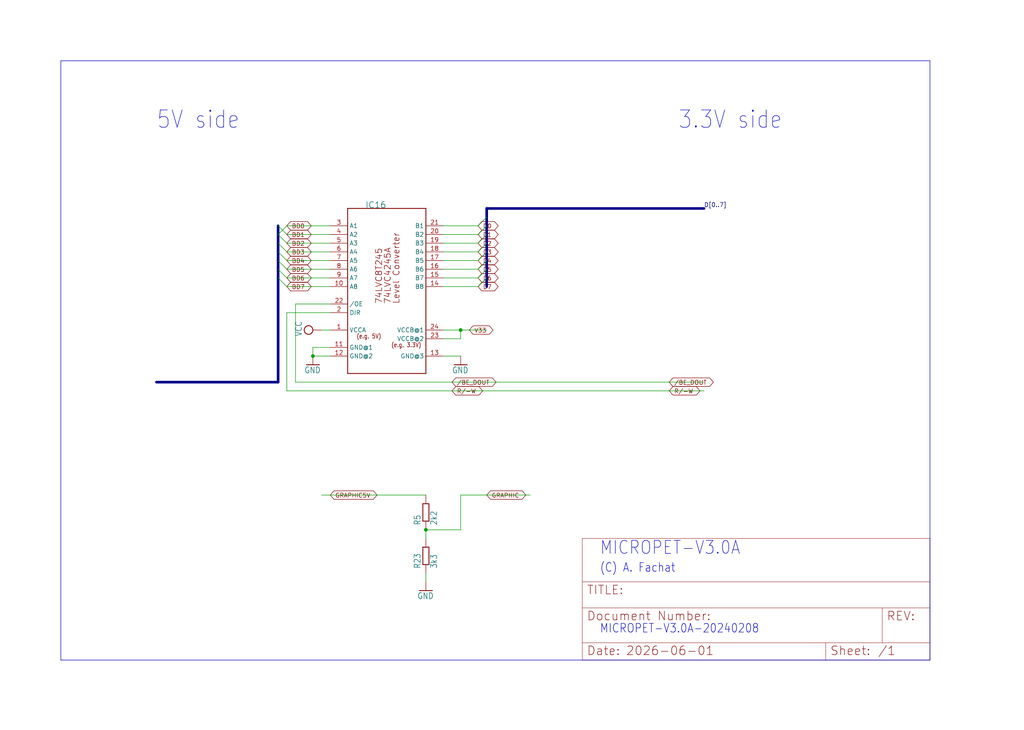
<source format=kicad_sch>
(kicad_sch (version 20231120) (generator "eeschema") (generator_version "8.0")
  (paper "User" 299.263 213.512)
  (lib_symbols
    (symbol "micropet_v3-eagle-import:74LVC8T245SO24"
      (property "Reference" "IC" (at -2.54 22.86 0))
      (symbol "74LVC8T245SO24_1_0"
        (polyline (pts (xy -7.62 -25.4) (xy -7.62 22.86)) (stroke (width 0.254)))
        (polyline (pts (xy -7.62 22.86) (xy 15.24 22.86)) (stroke (width 0.254)))
        (polyline (pts (xy 15.24 -25.4) (xy -7.62 -25.4)) (stroke (width 0.254)))
        (polyline (pts (xy 15.24 22.86) (xy 15.24 -25.4)) (stroke (width 0.254)))
        (text "(e.g. 3.3V)" (at 5.08 -17.78 0) (effects (font (size 1.27 1.0795)) (justify left bottom)))
        (text "(e.g. 5V)" (at -5.08 -15.24 0) (effects (font (size 1.27 1.0795)) (justify left bottom)))
        (text "74LVC4245A" (at 5.08 -5.08 900) (effects (font (size 1.778 1.778)) (justify left bottom)))
        (text "74LVC8T245" (at 2.54 -5.08 900) (effects (font (size 1.778 1.778)) (justify left bottom)))
        (text "Level Converter" (at 7.62 -5.08 900) (effects (font (size 1.778 1.778)) (justify left bottom)))
        (pin input line (at -12.7 -12.7 0) (length 5.08) (name "VCCA") (number "1"))
        (pin bidirectional line (at -12.7 0 0) (length 5.08) (name "A8") (number "10"))
        (pin input line (at -12.7 -17.78 0) (length 5.08) (name "GND@1") (number "11"))
        (pin input line (at -12.7 -20.32 0) (length 5.08) (name "GND@2") (number "12"))
        (pin input line (at 20.32 -20.32 180) (length 5.08) (name "GND@3") (number "13"))
        (pin bidirectional line (at 20.32 0 180) (length 5.08) (name "B8") (number "14"))
        (pin bidirectional line (at 20.32 2.54 180) (length 5.08) (name "B7") (number "15"))
        (pin bidirectional line (at 20.32 5.08 180) (length 5.08) (name "B6") (number "16"))
        (pin bidirectional line (at 20.32 7.62 180) (length 5.08) (name "B5") (number "17"))
        (pin bidirectional line (at 20.32 10.16 180) (length 5.08) (name "B4") (number "18"))
        (pin bidirectional line (at 20.32 12.7 180) (length 5.08) (name "B3") (number "19"))
        (pin input line (at -12.7 -7.62 0) (length 5.08) (name "DIR") (number "2"))
        (pin bidirectional line (at 20.32 15.24 180) (length 5.08) (name "B2") (number "20"))
        (pin bidirectional line (at 20.32 17.78 180) (length 5.08) (name "B1") (number "21"))
        (pin input line (at -12.7 -5.08 0) (length 5.08) (name "/OE") (number "22"))
        (pin input line (at 20.32 -15.24 180) (length 5.08) (name "VCCB@2") (number "23"))
        (pin input line (at 20.32 -12.7 180) (length 5.08) (name "VCCB@1") (number "24"))
        (pin bidirectional line (at -12.7 17.78 0) (length 5.08) (name "A1") (number "3"))
        (pin bidirectional line (at -12.7 15.24 0) (length 5.08) (name "A2") (number "4"))
        (pin bidirectional line (at -12.7 12.7 0) (length 5.08) (name "A3") (number "5"))
        (pin bidirectional line (at -12.7 10.16 0) (length 5.08) (name "A4") (number "6"))
        (pin bidirectional line (at -12.7 7.62 0) (length 5.08) (name "A5") (number "7"))
        (pin bidirectional line (at -12.7 5.08 0) (length 5.08) (name "A6") (number "8"))
        (pin bidirectional line (at -12.7 2.54 0) (length 5.08) (name "A7") (number "9"))
      )
    )
    (symbol "micropet_v3-eagle-import:DOCFIELD"
      (symbol "DOCFIELD_1_0"
        (polyline (pts (xy 0 0) (xy 0 5.08)) (stroke (width 0.1016)))
        (polyline (pts (xy 0 0) (xy 71.12 0)) (stroke (width 0.1016)))
        (polyline (pts (xy 0 5.08) (xy 0 15.24)) (stroke (width 0.1016)))
        (polyline (pts (xy 0 5.08) (xy 71.12 5.08)) (stroke (width 0.1016)))
        (polyline (pts (xy 0 15.24) (xy 0 22.86)) (stroke (width 0.1016)))
        (polyline (pts (xy 0 22.86) (xy 0 35.56)) (stroke (width 0.1016)))
        (polyline (pts (xy 0 22.86) (xy 101.6 22.86)) (stroke (width 0.1016)))
        (polyline (pts (xy 71.12 0) (xy 101.6 0)) (stroke (width 0.1016)))
        (polyline (pts (xy 71.12 5.08) (xy 71.12 0)) (stroke (width 0.1016)))
        (polyline (pts (xy 71.12 5.08) (xy 87.63 5.08)) (stroke (width 0.1016)))
        (polyline (pts (xy 87.63 5.08) (xy 101.6 5.08)) (stroke (width 0.1016)))
        (polyline (pts (xy 87.63 15.24) (xy 0 15.24)) (stroke (width 0.1016)))
        (polyline (pts (xy 87.63 15.24) (xy 87.63 5.08)) (stroke (width 0.1016)))
        (polyline (pts (xy 101.6 5.08) (xy 101.6 0)) (stroke (width 0.1016)))
        (polyline (pts (xy 101.6 15.24) (xy 87.63 15.24)) (stroke (width 0.1016)))
        (polyline (pts (xy 101.6 15.24) (xy 101.6 5.08)) (stroke (width 0.1016)))
        (polyline (pts (xy 101.6 22.86) (xy 101.6 15.24)) (stroke (width 0.1016)))
        (polyline (pts (xy 101.6 35.56) (xy 0 35.56)) (stroke (width 0.1016)))
        (polyline (pts (xy 101.6 35.56) (xy 101.6 22.86)) (stroke (width 0.1016)))
        (text "${#}/${##}" (at 86.36 1.27 0) (effects (font (size 2.54 2.54)) (justify left bottom)))
        (text "${CURRENT_DATE}" (at 12.7 1.27 0) (effects (font (size 2.54 2.54)) (justify left bottom)))
        (text "${PROJECTNAME}" (at 17.78 19.05 0) (effects (font (size 2.54 2.54)) (justify left bottom)))
        (text "Date:" (at 1.27 1.27 0) (effects (font (size 2.54 2.54)) (justify left bottom)))
        (text "Document Number:" (at 1.27 11.43 0) (effects (font (size 2.54 2.54)) (justify left bottom)))
        (text "REV:" (at 88.9 11.43 0) (effects (font (size 2.54 2.54)) (justify left bottom)))
        (text "Sheet:" (at 72.39 1.27 0) (effects (font (size 2.54 2.54)) (justify left bottom)))
        (text "TITLE:" (at 1.27 19.05 0) (effects (font (size 2.54 2.54)) (justify left bottom)))
      )
    )
    (symbol "micropet_v3-eagle-import:GND" (power)
      (property "Value" "GND" (at -2.54 -2.54 0))
      (symbol "GND_1_0"
        (polyline (pts (xy -1.905 0) (xy 1.905 0)) (stroke (width 0.254)))
        (pin power_in line (at 0 2.54 270) (length 2.54) (name "GND") (number "1"))
      )
    )
    (symbol "micropet_v3-eagle-import:R-EU_0204/5"
      (property "Reference" "R" (at -3.81 1.4986 0))
      (symbol "R-EU_0204/5_1_0"
        (polyline (pts (xy -2.54 -0.889) (xy -2.54 0.889)) (stroke (width 0.254)))
        (polyline (pts (xy -2.54 -0.889) (xy 2.54 -0.889)) (stroke (width 0.254)))
        (polyline (pts (xy 2.54 -0.889) (xy 2.54 0.889)) (stroke (width 0.254)))
        (polyline (pts (xy 2.54 0.889) (xy -2.54 0.889)) (stroke (width 0.254)))
        (pin passive line (at -5.08 0 0) (length 2.54) (name "1") (number "1"))
        (pin passive line (at 5.08 0 180) (length 2.54) (name "2") (number "2"))
      )
    )
    (symbol "micropet_v3-eagle-import:VCC" (power)
      (property "Value" "VCC" (at -1.905 3.175 0))
      (symbol "VCC_1_0"
        (circle (center 0 1.27) (radius 1.27) (stroke (width 0.254)))
        (pin power_in line (at 0 -2.54 90) (length 2.54) (name "VCC") (number "1"))
      )
    )
  )
  (junction (at 134.62 96.52))
  (junction (at 124.46 154.94))
  (junction (at 91.44 104.14))
  (bus_entry (at 139.7 68.58) (size 2.54 -2.54))
  (bus_entry (at 83.82 68.58) (size -2.54 -2.54))
  (bus_entry (at 83.82 73.66) (size -2.54 -2.54))
  (bus_entry (at 83.82 81.28) (size -2.54 -2.54))
  (bus_entry (at 139.7 83.82) (size 2.54 -2.54))
  (bus_entry (at 83.82 78.74) (size -2.54 -2.54))
  (bus_entry (at 139.7 78.74) (size 2.54 -2.54))
  (bus_entry (at 83.82 76.2) (size -2.54 -2.54))
  (bus_entry (at 83.82 71.12) (size -2.54 -2.54))
  (bus_entry (at 139.7 81.28) (size 2.54 -2.54))
  (bus_entry (at 139.7 73.66) (size 2.54 -2.54))
  (bus_entry (at 139.7 71.12) (size 2.54 -2.54))
  (bus_entry (at 83.82 83.82) (size -2.54 -2.54))
  (bus_entry (at 139.7 76.2) (size 2.54 -2.54))
  (bus_entry (at 83.82 66.04) (size -2.54 2.54))
  (bus_entry (at 139.7 66.04) (size 2.54 -2.54))
  (wire (pts (xy 129.54 104.14) (xy 134.62 104.14)) (stroke (width 0.1524)))
  (wire (pts (xy 96.52 68.58) (xy 83.82 68.58)) (stroke (width 0.1524)))
  (wire (pts (xy 129.54 78.74) (xy 139.7 78.74)) (stroke (width 0.1524)))
  (wire (pts (xy 124.46 144.78) (xy 93.98 144.78)) (stroke (width 0.1524)))
  (bus (pts (xy 142.24 66.04) (xy 142.24 63.5)) (stroke (width 0.762)))
  (bus (pts (xy 81.28 71.12) (xy 81.28 68.58)) (stroke (width 0.762)))
  (bus (pts (xy 45.72 111.76) (xy 81.28 111.76)) (stroke (width 0.762)))
  (polyline (pts (xy 271.78 193.04) (xy 271.78 17.78)) (stroke (width 0.1524) (type solid)))
  (wire (pts (xy 129.54 99.06) (xy 134.62 99.06)) (stroke (width 0.1524)))
  (wire (pts (xy 129.54 71.12) (xy 139.7 71.12)) (stroke (width 0.1524)))
  (wire (pts (xy 129.54 68.58) (xy 139.7 68.58)) (stroke (width 0.1524)))
  (wire (pts (xy 91.44 104.14) (xy 96.52 104.14)) (stroke (width 0.1524)))
  (polyline (pts (xy 271.78 17.78) (xy 17.78 17.78)) (stroke (width 0.1524) (type solid)))
  (wire (pts (xy 129.54 76.2) (xy 139.7 76.2)) (stroke (width 0.1524)))
  (polyline (pts (xy 17.78 193.04) (xy 271.78 193.04)) (stroke (width 0.1524) (type solid)))
  (bus (pts (xy 81.28 81.28) (xy 81.28 78.74)) (stroke (width 0.762)))
  (bus (pts (xy 142.24 63.5) (xy 142.24 60.96)) (stroke (width 0.762)))
  (bus (pts (xy 142.24 60.96) (xy 205.74 60.96)) (stroke (width 0.762)))
  (wire (pts (xy 134.62 96.52) (xy 142.24 96.52)) (stroke (width 0.1524)))
  (wire (pts (xy 96.52 91.44) (xy 83.82 91.44)) (stroke (width 0.1524)))
  (wire (pts (xy 129.54 83.82) (xy 139.7 83.82)) (stroke (width 0.1524)))
  (bus (pts (xy 142.24 78.74) (xy 142.24 76.2)) (stroke (width 0.762)))
  (bus (pts (xy 142.24 68.58) (xy 142.24 66.04)) (stroke (width 0.762)))
  (bus (pts (xy 142.24 73.66) (xy 142.24 71.12)) (stroke (width 0.762)))
  (bus (pts (xy 142.24 81.28) (xy 142.24 78.74)) (stroke (width 0.762)))
  (wire (pts (xy 134.62 154.94) (xy 134.62 144.78)) (stroke (width 0.1524)))
  (wire (pts (xy 96.52 78.74) (xy 83.82 78.74)) (stroke (width 0.1524)))
  (wire (pts (xy 124.46 154.94) (xy 134.62 154.94)) (stroke (width 0.1524)))
  (wire (pts (xy 134.62 99.06) (xy 134.62 96.52)) (stroke (width 0.1524)))
  (wire (pts (xy 96.52 101.6) (xy 91.44 101.6)) (stroke (width 0.1524)))
  (wire (pts (xy 129.54 96.52) (xy 134.62 96.52)) (stroke (width 0.1524)))
  (bus (pts (xy 81.28 76.2) (xy 81.28 73.66)) (stroke (width 0.762)))
  (wire (pts (xy 129.54 66.04) (xy 139.7 66.04)) (stroke (width 0.1524)))
  (wire (pts (xy 129.54 81.28) (xy 139.7 81.28)) (stroke (width 0.1524)))
  (wire (pts (xy 83.82 91.44) (xy 83.82 114.3)) (stroke (width 0.1524)))
  (wire (pts (xy 93.98 96.52) (xy 96.52 96.52)) (stroke (width 0.1524)))
  (bus (pts (xy 142.24 71.12) (xy 142.24 68.58)) (stroke (width 0.762)))
  (wire (pts (xy 96.52 83.82) (xy 83.82 83.82)) (stroke (width 0.1524)))
  (wire (pts (xy 86.36 88.9) (xy 86.36 111.76)) (stroke (width 0.1524)))
  (wire (pts (xy 96.52 66.04) (xy 83.82 66.04)) (stroke (width 0.1524)))
  (wire (pts (xy 96.52 71.12) (xy 83.82 71.12)) (stroke (width 0.1524)))
  (wire (pts (xy 96.52 73.66) (xy 83.82 73.66)) (stroke (width 0.1524)))
  (wire (pts (xy 91.44 101.6) (xy 91.44 104.14)) (stroke (width 0.1524)))
  (bus (pts (xy 81.28 78.74) (xy 81.28 76.2)) (stroke (width 0.762)))
  (wire (pts (xy 124.46 170.18) (xy 124.46 167.64)) (stroke (width 0.1524)))
  (wire (pts (xy 86.36 88.9) (xy 96.52 88.9)) (stroke (width 0.1524)))
  (wire (pts (xy 96.52 76.2) (xy 83.82 76.2)) (stroke (width 0.1524)))
  (bus (pts (xy 81.28 73.66) (xy 81.28 71.12)) (stroke (width 0.762)))
  (wire (pts (xy 96.52 81.28) (xy 83.82 81.28)) (stroke (width 0.1524)))
  (bus (pts (xy 81.28 111.76) (xy 81.28 81.28)) (stroke (width 0.762)))
  (bus (pts (xy 142.24 76.2) (xy 142.24 73.66)) (stroke (width 0.762)))
  (wire (pts (xy 134.62 144.78) (xy 154.94 144.78)) (stroke (width 0.1524)))
  (bus (pts (xy 81.28 68.58) (xy 81.28 66.04)) (stroke (width 0.762)))
  (wire (pts (xy 83.82 114.3) (xy 205.74 114.3)) (stroke (width 0.1524)))
  (wire (pts (xy 124.46 157.48) (xy 124.46 154.94)) (stroke (width 0.1524)))
  (polyline (pts (xy 17.78 17.78) (xy 17.78 193.04)) (stroke (width 0.1524) (type solid)))
  (wire (pts (xy 129.54 73.66) (xy 139.7 73.66)) (stroke (width 0.1524)))
  (wire (pts (xy 86.36 111.76) (xy 205.74 111.76)) (stroke (width 0.1524)))
  (bus (pts (xy 142.24 83.82) (xy 142.24 81.28)) (stroke (width 0.762)))
  (text "3.3V side" (at 198.12 38.1 0) (effects (font (size 5.08 4.318)) (justify left bottom)))
  (text "MICROPET-V3.0A" (at 175.26 162.56 0) (effects (font (size 3.81 3.2385)) (justify left bottom)))
  (text "(C) A. Fachat" (at 175.26 167.64 0) (effects (font (size 2.54 2.159)) (justify left bottom)))
  (text "5V side" (at 45.72 38.1 0) (effects (font (size 5.08 4.318)) (justify left bottom)))
  (text "MICROPET-V3.0A-20240208" (at 175.26 185.42 0) (effects (font (size 2.54 2.159)) (justify left bottom)))
  (label "D[0..7]" (at 205.74 60.96 0) (effects (font (size 1.2446 1.2446))))
  (global_label "GRAPHIC5V" (shape bidirectional) (at 96.52 144.78 0) (effects (font (size 1.2446 1.2446))) (property "Intersheetrefs" "${INTERSHEET_REFS}" (effects (hide yes))))
  (global_label "R/-W" (shape bidirectional) (at 195.58 114.3 0) (effects (font (size 1.2446 1.2446))) (property "Intersheetrefs" "${INTERSHEET_REFS}" (effects (hide yes))))
  (global_label "BD0" (shape bidirectional) (at 83.82 66.04 0) (effects (font (size 1.2446 1.2446))) (property "Intersheetrefs" "${INTERSHEET_REFS}" (effects (hide yes))))
  (global_label "/BE_DOUT" (shape bidirectional) (at 132.08 111.76 0) (effects (font (size 1.2446 1.2446))) (property "Intersheetrefs" "${INTERSHEET_REFS}" (effects (hide yes))))
  (global_label "BD6" (shape bidirectional) (at 83.82 81.28 0) (effects (font (size 1.2446 1.2446))) (property "Intersheetrefs" "${INTERSHEET_REFS}" (effects (hide yes))))
  (global_label "D1" (shape bidirectional) (at 139.7 68.58 0) (effects (font (size 1.2446 1.2446))) (property "Intersheetrefs" "${INTERSHEET_REFS}" (effects (hide yes))))
  (global_label "D2" (shape bidirectional) (at 139.7 71.12 0) (effects (font (size 1.2446 1.2446))) (property "Intersheetrefs" "${INTERSHEET_REFS}" (effects (hide yes))))
  (global_label "BD2" (shape bidirectional) (at 83.82 71.12 0) (effects (font (size 1.2446 1.2446))) (property "Intersheetrefs" "${INTERSHEET_REFS}" (effects (hide yes))))
  (global_label "/BE_DOUT" (shape bidirectional) (at 195.58 111.76 0) (effects (font (size 1.2446 1.2446))) (property "Intersheetrefs" "${INTERSHEET_REFS}" (effects (hide yes))))
  (global_label "D4" (shape bidirectional) (at 139.7 76.2 0) (effects (font (size 1.2446 1.2446))) (property "Intersheetrefs" "${INTERSHEET_REFS}" (effects (hide yes))))
  (global_label "BD1" (shape bidirectional) (at 83.82 68.58 0) (effects (font (size 1.2446 1.2446))) (property "Intersheetrefs" "${INTERSHEET_REFS}" (effects (hide yes))))
  (global_label "R/-W" (shape bidirectional) (at 132.08 114.3 0) (effects (font (size 1.2446 1.2446))) (property "Intersheetrefs" "${INTERSHEET_REFS}" (effects (hide yes))))
  (global_label "BD3" (shape bidirectional) (at 83.82 73.66 0) (effects (font (size 1.2446 1.2446))) (property "Intersheetrefs" "${INTERSHEET_REFS}" (effects (hide yes))))
  (global_label "BD5" (shape bidirectional) (at 83.82 78.74 0) (effects (font (size 1.2446 1.2446))) (property "Intersheetrefs" "${INTERSHEET_REFS}" (effects (hide yes))))
  (global_label "GRAPHIC" (shape bidirectional) (at 142.24 144.78 0) (effects (font (size 1.2446 1.2446))) (property "Intersheetrefs" "${INTERSHEET_REFS}" (effects (hide yes))))
  (global_label "D3" (shape bidirectional) (at 139.7 73.66 0) (effects (font (size 1.2446 1.2446))) (property "Intersheetrefs" "${INTERSHEET_REFS}" (effects (hide yes))))
  (global_label "D5" (shape bidirectional) (at 139.7 78.74 0) (effects (font (size 1.2446 1.2446))) (property "Intersheetrefs" "${INTERSHEET_REFS}" (effects (hide yes))))
  (global_label "BD4" (shape bidirectional) (at 83.82 76.2 0) (effects (font (size 1.2446 1.2446))) (property "Intersheetrefs" "${INTERSHEET_REFS}" (effects (hide yes))))
  (global_label "V33" (shape bidirectional) (at 137.16 96.52 0) (effects (font (size 1.2446 1.2446))) (property "Intersheetrefs" "${INTERSHEET_REFS}" (effects (hide yes))))
  (global_label "BD7" (shape bidirectional) (at 83.82 83.82 0) (effects (font (size 1.2446 1.2446))) (property "Intersheetrefs" "${INTERSHEET_REFS}" (effects (hide yes))))
  (global_label "D6" (shape bidirectional) (at 139.7 81.28 0) (effects (font (size 1.2446 1.2446))) (property "Intersheetrefs" "${INTERSHEET_REFS}" (effects (hide yes))))
  (global_label "D0" (shape bidirectional) (at 139.7 66.04 0) (effects (font (size 1.2446 1.2446))) (property "Intersheetrefs" "${INTERSHEET_REFS}" (effects (hide yes))))
  (global_label "D7" (shape bidirectional) (at 139.7 83.82 0) (effects (font (size 1.2446 1.2446))) (property "Intersheetrefs" "${INTERSHEET_REFS}" (effects (hide yes))))
  (symbol (lib_id "micropet_v3-eagle-import:R-EU_0204/5") (at 124.46 162.56 90) (unit 1)
    (property "Reference" "R23" (at 122.9614 166.37 0) (effects (font (size 1.778 1.5113)) (justify left bottom)))
    (property "Value" "3k3" (at 127.762 166.37 0) (effects (font (size 1.778 1.5113)) (justify left bottom)))
    (property "Footprint" "micropet_v3:0204_5" (effects (hide yes)))
  )
  (symbol (lib_id "micropet_v3-eagle-import:GND") (at 124.46 172.72 0) (unit 1)
    (property "Reference" "#GND062" (effects (hide yes)))
    (property "Value" "GND" (at 121.92 175.26 0) (effects (font (size 1.778 1.5113)) (justify left bottom)))
  )
  (symbol (lib_id "micropet_v3-eagle-import:DOCFIELD") (at 170.18 193.04 0) (unit 1)
    (property "Reference" "#FRAME6" (effects (hide yes)))
    (property "Value" "DOCFIELD" (effects (hide yes)))
  )
  (symbol (lib_id "micropet_v3-eagle-import:74LVC8T245SO24") (at 109.22 83.82 0) (unit 1)
    (property "Reference" "IC16" (at 106.68 60.96 0) (effects (font (size 1.778 1.778)) (justify left bottom)))
    (property "Value" "74LVC8T245SO24" (effects (hide yes)))
    (property "Footprint" "micropet_v3:SO24L" (effects (hide yes)))
  )
  (symbol (lib_id "micropet_v3-eagle-import:VCC") (at 91.44 96.52 90) (unit 1)
    (property "Reference" "#SUPPLY01" (effects (hide yes)))
    (property "Value" "VCC" (at 88.265 98.425 0) (effects (font (size 1.778 1.5113)) (justify left bottom)))
  )
  (symbol (lib_id "micropet_v3-eagle-import:GND") (at 91.44 106.68 0) (unit 1)
    (property "Reference" "#GND055" (effects (hide yes)))
    (property "Value" "GND" (at 88.9 109.22 0) (effects (font (size 1.778 1.5113)) (justify left bottom)))
  )
  (symbol (lib_id "micropet_v3-eagle-import:GND") (at 134.62 106.68 0) (unit 1)
    (property "Reference" "#GND056" (effects (hide yes)))
    (property "Value" "GND" (at 132.08 109.22 0) (effects (font (size 1.778 1.5113)) (justify left bottom)))
  )
  (symbol (lib_id "micropet_v3-eagle-import:R-EU_0204/5") (at 124.46 149.86 90) (unit 1)
    (property "Reference" "R5" (at 122.9614 153.67 0) (effects (font (size 1.778 1.5113)) (justify left bottom)))
    (property "Value" "2k2" (at 127.762 153.67 0) (effects (font (size 1.778 1.5113)) (justify left bottom)))
    (property "Footprint" "micropet_v3:0204_5" (effects (hide yes)))
  )
)
</source>
